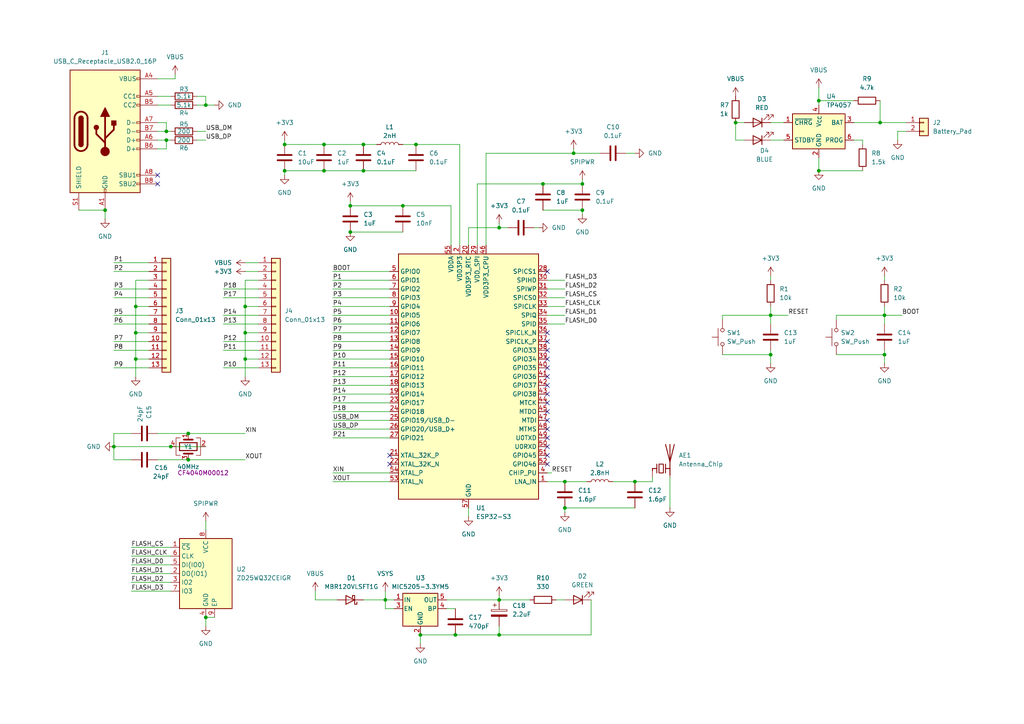
<source format=kicad_sch>
(kicad_sch (version 20231120) (generator "eeschema") (generator_version "8.0")
  (paper "A4")
  (title_block (title "NotSoLite ESP32-S3") (date "2024-11-01"))
  (lib_symbols
    (symbol "Battery_Management:TP4057"
      (property "Reference" "U" (at -6.35 6.604 0))
      (property "Value" "TP4057" (at 1.524 6.604 0))
      (symbol "TP4057_1_1"
        (pin open_collector line (at -10.16 2.54 0) (length 2.54) (name "~{CHRG}") (number "1"))
        (pin power_in line (at 0 -7.62 90) (length 2.54) (name "GND") (number "2"))
        (pin power_out line (at 10.16 2.54 180) (length 2.54) (name "BAT") (number "3"))
        (pin power_in line (at 0 7.62 270) (length 2.54) (name "V_{CC}") (number "4"))
        (pin open_collector line (at -10.16 -2.54 0) (length 2.54) (name "STDBY") (number "5"))
        (pin passive line (at 10.16 -2.54 180) (length 2.54) (name "PROG") (number "6"))
      )
    )
    (symbol "Connector:USB_C_Receptacle_USB2.0_16P" (pin_names (offset 1.016))
      (property "Reference" "J" (at 0 22.225 0))
      (property "Value" "USB_C_Receptacle_USB2.0_16P" (at 0 19.685 0))
      (symbol "USB_C_Receptacle_USB2.0_16P_1_1"
        (pin passive line (at 0 -22.86 90) (length 5.08) (name "GND") (number "A1"))
        (pin passive line (at 0 -22.86 90) (length 5.08) hide (name "GND") (number "A12"))
        (pin passive line (at 15.24 15.24 180) (length 5.08) (name "VBUS") (number "A4"))
        (pin bidirectional line (at 15.24 10.16 180) (length 5.08) (name "CC1") (number "A5"))
        (pin bidirectional line (at 15.24 -2.54 180) (length 5.08) (name "D+") (number "A6"))
        (pin bidirectional line (at 15.24 2.54 180) (length 5.08) (name "D-") (number "A7"))
        (pin bidirectional line (at 15.24 -12.7 180) (length 5.08) (name "SBU1") (number "A8"))
        (pin passive line (at 15.24 15.24 180) (length 5.08) hide (name "VBUS") (number "A9"))
        (pin passive line (at 0 -22.86 90) (length 5.08) hide (name "GND") (number "B1"))
        (pin passive line (at 0 -22.86 90) (length 5.08) hide (name "GND") (number "B12"))
        (pin passive line (at 15.24 15.24 180) (length 5.08) hide (name "VBUS") (number "B4"))
        (pin bidirectional line (at 15.24 7.62 180) (length 5.08) (name "CC2") (number "B5"))
        (pin bidirectional line (at 15.24 -5.08 180) (length 5.08) (name "D+") (number "B6"))
        (pin bidirectional line (at 15.24 0 180) (length 5.08) (name "D-") (number "B7"))
        (pin bidirectional line (at 15.24 -15.24 180) (length 5.08) (name "SBU2") (number "B8"))
        (pin passive line (at 15.24 15.24 180) (length 5.08) hide (name "VBUS") (number "B9"))
        (pin passive line (at -7.62 -22.86 90) (length 5.08) (name "SHIELD") (number "S1"))
      )
    )
    (symbol "Connector_Generic:Conn_01x02" (pin_names (offset 1.016) hide)
      (property "Reference" "J" (at 0 2.54 0))
      (property "Value" "Conn_01x02" (at 0 -5.08 0))
      (symbol "Conn_01x02_1_1"
        (pin passive line (at -5.08 0 0) (length 3.81) (name "Pin_1") (number "1"))
        (pin passive line (at -5.08 -2.54 0) (length 3.81) (name "Pin_2") (number "2"))
      )
    )
    (symbol "Connector_Generic:Conn_01x13" (pin_names (offset 1.016) hide)
      (property "Reference" "J" (at 0 17.78 0))
      (property "Value" "Conn_01x13" (at 0 -17.78 0))
      (symbol "Conn_01x13_1_1"
        (pin passive line (at -5.08 15.24 0) (length 3.81) (name "Pin_1") (number "1"))
        (pin passive line (at -5.08 -7.62 0) (length 3.81) (name "Pin_10") (number "10"))
        (pin passive line (at -5.08 -10.16 0) (length 3.81) (name "Pin_11") (number "11"))
        (pin passive line (at -5.08 -12.7 0) (length 3.81) (name "Pin_12") (number "12"))
        (pin passive line (at -5.08 -15.24 0) (length 3.81) (name "Pin_13") (number "13"))
        (pin passive line (at -5.08 12.7 0) (length 3.81) (name "Pin_2") (number "2"))
        (pin passive line (at -5.08 10.16 0) (length 3.81) (name "Pin_3") (number "3"))
        (pin passive line (at -5.08 7.62 0) (length 3.81) (name "Pin_4") (number "4"))
        (pin passive line (at -5.08 5.08 0) (length 3.81) (name "Pin_5") (number "5"))
        (pin passive line (at -5.08 2.54 0) (length 3.81) (name "Pin_6") (number "6"))
        (pin passive line (at -5.08 0 0) (length 3.81) (name "Pin_7") (number "7"))
        (pin passive line (at -5.08 -2.54 0) (length 3.81) (name "Pin_8") (number "8"))
        (pin passive line (at -5.08 -5.08 0) (length 3.81) (name "Pin_9") (number "9"))
      )
    )
    (symbol "Device:Antenna_Chip" (pin_numbers hide) (pin_names (offset 1.016) hide)
      (property "Reference" "AE" (at 0 5.08 0))
      (property "Value" "Antenna_Chip" (at 0 3.175 0))
      (symbol "Antenna_Chip_1_1"
        (pin input line (at -2.54 -2.54 90) (length 2.54) (name "FEED") (number "1"))
        (pin passive line (at 2.54 -2.54 90) (length 2.54) (name "PCB_Trace") (number "2"))
      )
    )
    (symbol "Device:C" (pin_numbers hide) (pin_names (offset 0.254))
      (property "Reference" "C" (at 0.635 2.54 0))
      (property "Value" "C" (at 0.635 -2.54 0))
      (symbol "C_1_1"
        (pin passive line (at 0 3.81 270) (length 2.794) (name "~") (number "1"))
        (pin passive line (at 0 -3.81 90) (length 2.794) (name "~") (number "2"))
      )
    )
    (symbol "Device:C_Polarized" (pin_numbers hide) (pin_names (offset 0.254))
      (property "Reference" "C" (at 0.635 2.54 0))
      (property "Value" "C_Polarized" (at 0.635 -2.54 0))
      (symbol "C_Polarized_1_1"
        (pin passive line (at 0 3.81 270) (length 2.794) (name "~") (number "1"))
        (pin passive line (at 0 -3.81 90) (length 2.794) (name "~") (number "2"))
      )
    )
    (symbol "Device:Crystal_GND24" (pin_names (offset 1.016) hide)
      (property "Reference" "Y" (at 3.175 5.08 0))
      (property "Value" "Crystal_GND24" (at 3.175 3.175 0))
      (symbol "Crystal_GND24_1_1"
        (pin passive line (at -3.81 0 0) (length 1.27) (name "1") (number "1"))
        (pin passive line (at 0 5.08 270) (length 1.27) (name "2") (number "2"))
        (pin passive line (at 3.81 0 180) (length 1.27) (name "3") (number "3"))
        (pin passive line (at 0 -5.08 90) (length 1.27) (name "4") (number "4"))
      )
    )
    (symbol "Device:D_Schottky" (pin_numbers hide) (pin_names (offset 1.016) hide)
      (property "Reference" "D" (at 0 2.54 0))
      (property "Value" "D_Schottky" (at 0 -2.54 0))
      (symbol "D_Schottky_1_1"
        (pin passive line (at -3.81 0 0) (length 2.54) (name "K") (number "1"))
        (pin passive line (at 3.81 0 180) (length 2.54) (name "A") (number "2"))
      )
    )
    (symbol "Device:L" (pin_numbers hide) (pin_names (offset 1.016) hide)
      (property "Reference" "L" (at -1.27 0 90))
      (property "Value" "L" (at 1.905 0 90))
      (symbol "L_1_1"
        (pin passive line (at 0 3.81 270) (length 1.27) (name "1") (number "1"))
        (pin passive line (at 0 -3.81 90) (length 1.27) (name "2") (number "2"))
      )
    )
    (symbol "Device:LED" (pin_numbers hide) (pin_names (offset 1.016) hide)
      (property "Reference" "D" (at 0 2.54 0))
      (property "Value" "LED" (at 0 -2.54 0))
      (symbol "LED_1_1"
        (pin passive line (at -3.81 0 0) (length 2.54) (name "K") (number "1"))
        (pin passive line (at 3.81 0 180) (length 2.54) (name "A") (number "2"))
      )
    )
    (symbol "Device:R" (pin_numbers hide) (pin_names (offset 0))
      (property "Reference" "R" (at 2.032 0 90))
      (property "Value" "R" (at 0 0 90))
      (symbol "R_1_1"
        (pin passive line (at 0 3.81 270) (length 1.27) (name "~") (number "1"))
        (pin passive line (at 0 -3.81 90) (length 1.27) (name "~") (number "2"))
      )
    )
    (symbol "MCU_Espressif:ESP32-S3"
      (property "Reference" "U" (at 10.16 -38.1 0))
      (property "Value" "ESP32-S3" (at 13.97 -40.64 0))
      (symbol "ESP32-S3_1_0"
        (pin bidirectional line (at 22.86 12.7 180) (length 2.54) (name "SPICLK_N") (number "36"))
        (pin bidirectional line (at 22.86 -10.16 180) (length 2.54) (name "MTDO") (number "45"))
        (pin bidirectional line (at 22.86 -22.86 180) (length 2.54) (name "GPIO45") (number "51"))
        (pin passive line (at -5.08 38.1 270) (length 2.54) hide (name "VDDA") (number "56"))
      )
      (symbol "ESP32-S3_1_1"
        (pin bidirectional line (at 22.86 -30.48 180) (length 2.54) (name "LNA_IN") (number "1"))
        (pin bidirectional line (at -22.86 17.78 0) (length 2.54) (name "GPIO5") (number "10"))
        (pin bidirectional line (at -22.86 15.24 0) (length 2.54) (name "GPIO6") (number "11"))
        (pin bidirectional line (at -22.86 12.7 0) (length 2.54) (name "GPIO7") (number "12"))
        (pin bidirectional line (at -22.86 10.16 0) (length 2.54) (name "GPIO8") (number "13"))
        (pin bidirectional line (at -22.86 7.62 0) (length 2.54) (name "GPIO9") (number "14"))
        (pin bidirectional line (at -22.86 5.08 0) (length 2.54) (name "GPIO10") (number "15"))
        (pin bidirectional line (at -22.86 2.54 0) (length 2.54) (name "GPIO11") (number "16"))
        (pin bidirectional line (at -22.86 0 0) (length 2.54) (name "GPIO12") (number "17"))
        (pin bidirectional line (at -22.86 -2.54 0) (length 2.54) (name "GPIO13") (number "18"))
        (pin bidirectional line (at -22.86 -5.08 0) (length 2.54) (name "GPIO14") (number "19"))
        (pin power_in line (at -2.54 38.1 270) (length 2.54) (name "VDD3P3") (number "2"))
        (pin power_in line (at 0 38.1 270) (length 2.54) (name "VDD3P3_RTC") (number "20"))
        (pin passive line (at -22.86 -22.86 0) (length 2.54) (name "XTAL_32K_P") (number "21"))
        (pin passive line (at -22.86 -25.4 0) (length 2.54) (name "XTAL_32K_N") (number "22"))
        (pin bidirectional line (at -22.86 -7.62 0) (length 2.54) (name "GPIO17") (number "23"))
        (pin bidirectional line (at -22.86 -10.16 0) (length 2.54) (name "GPIO18") (number "24"))
        (pin bidirectional line (at -22.86 -12.7 0) (length 2.54) (name "GPIO19/USB_D-") (number "25"))
        (pin bidirectional line (at -22.86 -15.24 0) (length 2.54) (name "GPIO20/USB_D+") (number "26"))
        (pin bidirectional line (at -22.86 -17.78 0) (length 2.54) (name "GPIO21") (number "27"))
        (pin bidirectional line (at 22.86 30.48 180) (length 2.54) (name "SPICS1") (number "28"))
        (pin power_in line (at 2.54 38.1 270) (length 2.54) (name "VDD_SPI") (number "29"))
        (pin passive line (at -2.54 38.1 270) (length 2.54) hide (name "VDD3P3") (number "3"))
        (pin bidirectional line (at 22.86 27.94 180) (length 2.54) (name "SPIHD") (number "30"))
        (pin bidirectional line (at 22.86 25.4 180) (length 2.54) (name "SPIWP") (number "31"))
        (pin bidirectional line (at 22.86 22.86 180) (length 2.54) (name "SPICS0") (number "32"))
        (pin bidirectional line (at 22.86 20.32 180) (length 2.54) (name "SPICLK") (number "33"))
        (pin bidirectional line (at 22.86 17.78 180) (length 2.54) (name "SPIQ") (number "34"))
        (pin bidirectional line (at 22.86 15.24 180) (length 2.54) (name "SPID") (number "35"))
        (pin bidirectional line (at 22.86 10.16 180) (length 2.54) (name "SPICLK_P") (number "37"))
        (pin bidirectional line (at 22.86 7.62 180) (length 2.54) (name "GPIO33") (number "38"))
        (pin bidirectional line (at 22.86 5.08 180) (length 2.54) (name "GPIO34") (number "39"))
        (pin input line (at 22.86 -27.94 180) (length 2.54) (name "CHIP_PU") (number "4"))
        (pin bidirectional line (at 22.86 2.54 180) (length 2.54) (name "GPIO35") (number "40"))
        (pin bidirectional line (at 22.86 0 180) (length 2.54) (name "GPIO36") (number "41"))
        (pin bidirectional line (at 22.86 -2.54 180) (length 2.54) (name "GPIO37") (number "42"))
        (pin bidirectional line (at 22.86 -5.08 180) (length 2.54) (name "GPIO38") (number "43"))
        (pin bidirectional line (at 22.86 -7.62 180) (length 2.54) (name "MTCK") (number "44"))
        (pin power_in line (at 5.08 38.1 270) (length 2.54) (name "VDD3P3_CPU") (number "46"))
        (pin bidirectional line (at 22.86 -12.7 180) (length 2.54) (name "MTDI") (number "47"))
        (pin bidirectional line (at 22.86 -15.24 180) (length 2.54) (name "MTMS") (number "48"))
        (pin bidirectional line (at 22.86 -17.78 180) (length 2.54) (name "U0TXD") (number "49"))
        (pin bidirectional line (at -22.86 30.48 0) (length 2.54) (name "GPIO0") (number "5"))
        (pin bidirectional line (at 22.86 -20.32 180) (length 2.54) (name "U0RXD") (number "50"))
        (pin bidirectional line (at 22.86 -25.4 180) (length 2.54) (name "GPIO46") (number "52"))
        (pin output line (at -22.86 -30.48 0) (length 2.54) (name "XTAL_N") (number "53"))
        (pin input line (at -22.86 -27.94 0) (length 2.54) (name "XTAL_P") (number "54"))
        (pin power_in line (at -5.08 38.1 270) (length 2.54) (name "VDDA") (number "55"))
        (pin power_in line (at 0 -38.1 90) (length 2.54) (name "GND") (number "57"))
        (pin bidirectional line (at -22.86 27.94 0) (length 2.54) (name "GPIO1") (number "6"))
        (pin bidirectional line (at -22.86 25.4 0) (length 2.54) (name "GPIO2") (number "7"))
        (pin bidirectional line (at -22.86 22.86 0) (length 2.54) (name "GPIO3") (number "8"))
        (pin bidirectional line (at -22.86 20.32 0) (length 2.54) (name "GPIO4") (number "9"))
      )
    )
    (symbol "Memory_Flash:W25Q32JVZP"
      (property "Reference" "U" (at -6.35 11.43 0))
      (property "Value" "W25Q32JVZP" (at 7.62 11.43 0))
      (symbol "W25Q32JVZP_1_1"
        (pin input line (at -10.16 7.62 0) (length 2.54) (name "~{CS}") (number "1"))
        (pin bidirectional line (at -10.16 0 0) (length 2.54) (name "DO(IO1)") (number "2"))
        (pin bidirectional line (at -10.16 -2.54 0) (length 2.54) (name "IO2") (number "3"))
        (pin power_in line (at 0 -12.7 90) (length 2.54) (name "GND") (number "4"))
        (pin bidirectional line (at -10.16 2.54 0) (length 2.54) (name "DI(IO0)") (number "5"))
        (pin input line (at -10.16 5.08 0) (length 2.54) (name "CLK") (number "6"))
        (pin bidirectional line (at -10.16 -5.08 0) (length 2.54) (name "IO3") (number "7"))
        (pin power_in line (at 0 12.7 270) (length 2.54) (name "VCC") (number "8"))
        (pin passive line (at 2.54 -12.7 90) (length 2.54) (name "EP") (number "9"))
      )
    )
    (symbol "Regulator_Linear:MIC5205-3.3YM5" (pin_names (offset 0.254))
      (property "Reference" "U" (at -3.81 5.715 0))
      (property "Value" "MIC5205-3.3YM5" (at 0 5.715 0))
      (symbol "MIC5205-3.3YM5_1_1"
        (pin power_in line (at -7.62 2.54 0) (length 2.54) (name "IN") (number "1"))
        (pin power_in line (at 0 -7.62 90) (length 2.54) (name "GND") (number "2"))
        (pin input line (at -7.62 0 0) (length 2.54) (name "EN") (number "3"))
        (pin input line (at 7.62 0 180) (length 2.54) (name "BP") (number "4"))
        (pin power_out line (at 7.62 2.54 180) (length 2.54) (name "OUT") (number "5"))
      )
    )
    (symbol "Switch:SW_Push" (pin_numbers hide) (pin_names (offset 1.016) hide)
      (property "Reference" "SW" (at 1.27 2.54 0))
      (property "Value" "SW_Push" (at 0 -1.524 0))
      (symbol "SW_Push_0_1"
        (pin passive line (at -5.08 0 0) (length 2.54) (name "1") (number "1"))
        (pin passive line (at 5.08 0 180) (length 2.54) (name "2") (number "2"))
      )
    )
    (symbol "power:+3V3" (power) (pin_numbers hide) (pin_names (offset 0) hide)
      (property "Value" "+3V3" (at 0 3.556 0))
      (symbol "+3V3_1_1"
        (pin power_in line (at 0 0 90) (length 0) (name "~") (number "1"))
      )
    )
    (symbol "power:GND" (power) (pin_numbers hide) (pin_names (offset 0) hide)
      (property "Value" "GND" (at 0 -3.81 0))
      (symbol "GND_1_1"
        (pin power_in line (at 0 0 270) (length 0) (name "~") (number "1"))
      )
    )
    (symbol "power:VBUS" (power) (pin_numbers hide) (pin_names (offset 0) hide)
      (property "Value" "VBUS" (at 0 3.556 0))
      (symbol "VBUS_1_1"
        (pin power_in line (at 0 0 90) (length 0) (name "~") (number "1"))
      )
    )
    (symbol "power:VCC" (power) (pin_numbers hide) (pin_names (offset 0) hide)
      (property "Value" "VCC" (at 0 3.556 0))
      (symbol "VCC_1_1"
        (pin power_in line (at 0 0 90) (length 0) (name "~") (number "1"))
      )
    )
  )
  (junction (at 144.78 173.99))
  (junction (at 105.41 41.91))
  (junction (at 101.6 59.69))
  (junction (at 237.49 49.53))
  (junction (at 223.52 91.44))
  (junction (at 39.37 88.9))
  (junction (at 54.61 125.73))
  (junction (at 30.48 60.96))
  (junction (at 116.84 59.69))
  (junction (at 48.26 40.64))
  (junction (at 71.12 88.9))
  (junction (at 184.15 139.7))
  (junction (at 121.92 184.15))
  (junction (at 59.69 30.48))
  (junction (at 54.61 133.35))
  (junction (at 132.08 184.15))
  (junction (at 59.69 179.07))
  (junction (at 157.48 53.34))
  (junction (at 120.65 41.91))
  (junction (at 39.37 96.52))
  (junction (at 256.54 91.44))
  (junction (at 82.55 41.91))
  (junction (at 168.91 53.34))
  (junction (at 33.02 129.54))
  (junction (at 255.27 35.56))
  (junction (at 144.78 184.15))
  (junction (at 105.41 49.53))
  (junction (at 93.98 41.91))
  (junction (at 237.49 29.21))
  (junction (at 223.52 102.87))
  (junction (at 166.37 44.45))
  (junction (at 49.53 129.54))
  (junction (at 39.37 104.14))
  (junction (at 82.55 49.53))
  (junction (at 168.91 60.96))
  (junction (at 101.6 67.31))
  (junction (at 48.26 38.1))
  (junction (at 213.36 35.56))
  (junction (at 71.12 104.14))
  (junction (at 256.54 102.87))
  (junction (at 93.98 49.53))
  (junction (at 163.83 139.7))
  (junction (at 163.83 147.32))
  (junction (at 111.76 173.99))
  (junction (at 71.12 96.52))
  (junction (at 144.78 66.04))
  (no_connect (at 158.75 127))
  (no_connect (at 158.75 101.6))
  (no_connect (at 158.75 129.54))
  (no_connect (at 158.75 106.68))
  (no_connect (at 113.03 132.08))
  (no_connect (at 45.72 50.8))
  (no_connect (at 158.75 114.3))
  (no_connect (at 158.75 99.06))
  (no_connect (at 113.03 134.62))
  (no_connect (at 158.75 78.74))
  (no_connect (at 45.72 53.34))
  (no_connect (at 158.75 96.52))
  (no_connect (at 158.75 124.46))
  (no_connect (at 158.75 111.76))
  (no_connect (at 158.75 132.08))
  (no_connect (at 158.75 134.62))
  (no_connect (at 158.75 121.92))
  (no_connect (at 158.75 104.14))
  (no_connect (at 158.75 119.38))
  (no_connect (at 158.75 109.22))
  (no_connect (at 158.75 116.84))
  (wire (pts (xy 33.02 78.74) (xy 43.18 78.74)))
  (wire (pts (xy 105.41 173.99) (xy 111.76 173.99)))
  (wire (pts (xy 256.54 91.44) (xy 242.57 91.44)))
  (wire (pts (xy 129.54 173.99) (xy 144.78 173.99)))
  (wire (pts (xy 82.55 49.53) (xy 93.98 49.53)))
  (wire (pts (xy 177.8 139.7) (xy 184.15 139.7)))
  (wire (pts (xy 45.72 133.35) (xy 54.61 133.35)))
  (wire (pts (xy 116.84 59.69) (xy 101.6 59.69)))
  (wire (pts (xy 33.02 99.06) (xy 43.18 99.06)))
  (wire (pts (xy 48.26 43.18) (xy 48.26 40.64)))
  (wire (pts (xy 33.02 133.35) (xy 38.1 133.35)))
  (wire (pts (xy 111.76 176.53) (xy 111.76 173.99)))
  (wire (pts (xy 223.52 91.44) (xy 228.6 91.44)))
  (wire (pts (xy 161.29 173.99) (xy 163.83 173.99)))
  (wire (pts (xy 30.48 60.96) (xy 30.48 63.5)))
  (wire (pts (xy 57.15 27.94) (xy 59.69 27.94)))
  (wire (pts (xy 33.02 106.68) (xy 43.18 106.68)))
  (wire (pts (xy 96.52 86.36) (xy 113.03 86.36)))
  (wire (pts (xy 223.52 88.9) (xy 223.52 91.44)))
  (wire (pts (xy 96.52 106.68) (xy 113.03 106.68)))
  (wire (pts (xy 163.83 139.7) (xy 170.18 139.7)))
  (wire (pts (xy 93.98 41.91) (xy 105.41 41.91)))
  (wire (pts (xy 59.69 27.94) (xy 59.69 30.48)))
  (wire (pts (xy 39.37 104.14) (xy 43.18 104.14)))
  (wire (pts (xy 38.1 161.29) (xy 49.53 161.29)))
  (wire (pts (xy 38.1 171.45) (xy 49.53 171.45)))
  (wire (pts (xy 189.23 138.43) (xy 189.23 139.7)))
  (wire (pts (xy 138.43 71.12) (xy 138.43 53.34)))
  (wire (pts (xy 96.52 116.84) (xy 113.03 116.84)))
  (wire (pts (xy 256.54 80.01) (xy 256.54 81.28)))
  (wire (pts (xy 101.6 58.42) (xy 101.6 59.69)))
  (wire (pts (xy 163.83 147.32) (xy 184.15 147.32)))
  (wire (pts (xy 93.98 49.53) (xy 105.41 49.53)))
  (wire (pts (xy 111.76 171.45) (xy 111.76 173.99)))
  (wire (pts (xy 140.97 44.45) (xy 166.37 44.45)))
  (wire (pts (xy 96.52 124.46) (xy 113.03 124.46)))
  (wire (pts (xy 135.89 66.04) (xy 135.89 71.12)))
  (wire (pts (xy 74.93 81.28) (xy 71.12 81.28)))
  (wire (pts (xy 209.55 91.44) (xy 209.55 92.71)))
  (wire (pts (xy 43.18 81.28) (xy 39.37 81.28)))
  (wire (pts (xy 96.52 96.52) (xy 113.03 96.52)))
  (wire (pts (xy 223.52 35.56) (xy 227.33 35.56)))
  (wire (pts (xy 256.54 102.87) (xy 242.57 102.87)))
  (wire (pts (xy 213.36 35.56) (xy 213.36 40.64)))
  (wire (pts (xy 256.54 91.44) (xy 256.54 93.98)))
  (wire (pts (xy 59.69 30.48) (xy 62.23 30.48)))
  (wire (pts (xy 96.52 139.7) (xy 113.03 139.7)))
  (wire (pts (xy 111.76 173.99) (xy 114.3 173.99)))
  (wire (pts (xy 48.26 35.56) (xy 48.26 38.1)))
  (wire (pts (xy 101.6 67.31) (xy 116.84 67.31)))
  (wire (pts (xy 82.55 40.64) (xy 82.55 41.91)))
  (wire (pts (xy 96.52 88.9) (xy 113.03 88.9)))
  (wire (pts (xy 45.72 27.94) (xy 49.53 27.94)))
  (wire (pts (xy 82.55 41.91) (xy 93.98 41.91)))
  (wire (pts (xy 96.52 137.16) (xy 113.03 137.16)))
  (wire (pts (xy 96.52 114.3) (xy 113.03 114.3)))
  (wire (pts (xy 39.37 81.28) (xy 39.37 88.9)))
  (wire (pts (xy 33.02 129.54) (xy 33.02 125.73)))
  (wire (pts (xy 39.37 88.9) (xy 39.37 96.52)))
  (wire (pts (xy 138.43 53.34) (xy 157.48 53.34)))
  (wire (pts (xy 256.54 101.6) (xy 256.54 102.87)))
  (wire (pts (xy 33.02 91.44) (xy 43.18 91.44)))
  (wire (pts (xy 33.02 101.6) (xy 43.18 101.6)))
  (wire (pts (xy 59.69 179.07) (xy 62.23 179.07)))
  (wire (pts (xy 256.54 88.9) (xy 256.54 91.44)))
  (wire (pts (xy 96.52 109.22) (xy 113.03 109.22)))
  (wire (pts (xy 45.72 30.48) (xy 49.53 30.48)))
  (wire (pts (xy 39.37 96.52) (xy 39.37 104.14)))
  (wire (pts (xy 168.91 60.96) (xy 168.91 62.23)))
  (wire (pts (xy 59.69 179.07) (xy 59.69 181.61)))
  (wire (pts (xy 223.52 80.01) (xy 223.52 81.28)))
  (wire (pts (xy 135.89 147.32) (xy 135.89 149.86)))
  (wire (pts (xy 96.52 99.06) (xy 113.03 99.06)))
  (wire (pts (xy 71.12 104.14) (xy 71.12 109.22)))
  (wire (pts (xy 223.52 102.87) (xy 209.55 102.87)))
  (wire (pts (xy 237.49 45.72) (xy 237.49 49.53)))
  (wire (pts (xy 223.52 91.44) (xy 209.55 91.44)))
  (wire (pts (xy 223.52 101.6) (xy 223.52 102.87)))
  (wire (pts (xy 45.72 35.56) (xy 48.26 35.56)))
  (wire (pts (xy 242.57 91.44) (xy 242.57 92.71)))
  (wire (pts (xy 64.77 86.36) (xy 74.93 86.36)))
  (wire (pts (xy 38.1 166.37) (xy 49.53 166.37)))
  (wire (pts (xy 158.75 88.9) (xy 163.83 88.9)))
  (wire (pts (xy 121.92 184.15) (xy 121.92 186.69)))
  (wire (pts (xy 64.77 99.06) (xy 74.93 99.06)))
  (wire (pts (xy 255.27 35.56) (xy 255.27 29.21)))
  (wire (pts (xy 96.52 101.6) (xy 113.03 101.6)))
  (wire (pts (xy 158.75 81.28) (xy 163.83 81.28)))
  (wire (pts (xy 39.37 96.52) (xy 43.18 96.52)))
  (wire (pts (xy 189.23 139.7) (xy 184.15 139.7)))
  (wire (pts (xy 105.41 41.91) (xy 109.22 41.91)))
  (wire (pts (xy 260.35 38.1) (xy 262.89 38.1)))
  (wire (pts (xy 71.12 96.52) (xy 71.12 104.14)))
  (wire (pts (xy 64.77 106.68) (xy 74.93 106.68)))
  (wire (pts (xy 168.91 52.07) (xy 168.91 53.34)))
  (wire (pts (xy 166.37 44.45) (xy 173.99 44.45)))
  (wire (pts (xy 96.52 111.76) (xy 113.03 111.76)))
  (wire (pts (xy 144.78 64.77) (xy 144.78 66.04)))
  (wire (pts (xy 247.65 35.56) (xy 255.27 35.56)))
  (wire (pts (xy 71.12 96.52) (xy 74.93 96.52)))
  (wire (pts (xy 45.72 43.18) (xy 48.26 43.18)))
  (wire (pts (xy 158.75 93.98) (xy 163.83 93.98)))
  (wire (pts (xy 71.12 88.9) (xy 71.12 96.52)))
  (wire (pts (xy 38.1 168.91) (xy 49.53 168.91)))
  (wire (pts (xy 158.75 139.7) (xy 163.83 139.7)))
  (wire (pts (xy 48.26 38.1) (xy 49.53 38.1)))
  (wire (pts (xy 213.36 35.56) (xy 215.9 35.56)))
  (wire (pts (xy 33.02 93.98) (xy 43.18 93.98)))
  (wire (pts (xy 64.77 101.6) (xy 74.93 101.6)))
  (wire (pts (xy 147.32 66.04) (xy 144.78 66.04)))
  (wire (pts (xy 49.53 129.54) (xy 59.69 129.54)))
  (wire (pts (xy 158.75 86.36) (xy 163.83 86.36)))
  (wire (pts (xy 33.02 129.54) (xy 49.53 129.54)))
  (wire (pts (xy 96.52 91.44) (xy 113.03 91.44)))
  (wire (pts (xy 133.35 71.12) (xy 133.35 41.91)))
  (wire (pts (xy 260.35 40.64) (xy 260.35 38.1)))
  (wire (pts (xy 59.69 151.13) (xy 59.69 153.67)))
  (wire (pts (xy 97.79 173.99) (xy 91.44 173.99)))
  (wire (pts (xy 213.36 40.64) (xy 215.9 40.64)))
  (wire (pts (xy 154.94 66.04) (xy 156.21 66.04)))
  (wire (pts (xy 91.44 173.99) (xy 91.44 171.45)))
  (wire (pts (xy 71.12 78.74) (xy 74.93 78.74)))
  (wire (pts (xy 181.61 44.45) (xy 184.15 44.45)))
  (wire (pts (xy 82.55 49.53) (xy 82.55 50.8)))
  (wire (pts (xy 96.52 104.14) (xy 113.03 104.14)))
  (wire (pts (xy 38.1 158.75) (xy 49.53 158.75)))
  (wire (pts (xy 163.83 147.32) (xy 163.83 148.59)))
  (wire (pts (xy 144.78 173.99) (xy 153.67 173.99)))
  (wire (pts (xy 130.81 71.12) (xy 130.81 59.69)))
  (wire (pts (xy 50.8 21.59) (xy 50.8 22.86)))
  (wire (pts (xy 237.49 49.53) (xy 250.19 49.53)))
  (wire (pts (xy 96.52 81.28) (xy 113.03 81.28)))
  (wire (pts (xy 166.37 43.18) (xy 166.37 44.45)))
  (wire (pts (xy 45.72 40.64) (xy 48.26 40.64)))
  (wire (pts (xy 114.3 176.53) (xy 111.76 176.53)))
  (wire (pts (xy 71.12 88.9) (xy 74.93 88.9)))
  (wire (pts (xy 158.75 91.44) (xy 163.83 91.44)))
  (wire (pts (xy 250.19 40.64) (xy 250.19 41.91)))
  (wire (pts (xy 144.78 66.04) (xy 135.89 66.04)))
  (wire (pts (xy 237.49 29.21) (xy 247.65 29.21)))
  (wire (pts (xy 33.02 83.82) (xy 43.18 83.82)))
  (wire (pts (xy 96.52 119.38) (xy 113.03 119.38)))
  (wire (pts (xy 33.02 86.36) (xy 43.18 86.36)))
  (wire (pts (xy 130.81 59.69) (xy 116.84 59.69)))
  (wire (pts (xy 255.27 35.56) (xy 262.89 35.56)))
  (wire (pts (xy 158.75 83.82) (xy 163.83 83.82)))
  (wire (pts (xy 144.78 184.15) (xy 132.08 184.15)))
  (wire (pts (xy 158.75 137.16) (xy 160.02 137.16)))
  (wire (pts (xy 96.52 127) (xy 113.03 127)))
  (wire (pts (xy 71.12 76.2) (xy 74.93 76.2)))
  (wire (pts (xy 33.02 125.73) (xy 38.1 125.73)))
  (wire (pts (xy 64.77 91.44) (xy 74.93 91.44)))
  (wire (pts (xy 129.54 176.53) (xy 132.08 176.53)))
  (wire (pts (xy 45.72 125.73) (xy 54.61 125.73)))
  (wire (pts (xy 140.97 71.12) (xy 140.97 44.45)))
  (wire (pts (xy 120.65 41.91) (xy 116.84 41.91)))
  (wire (pts (xy 256.54 91.44) (xy 261.62 91.44)))
  (wire (pts (xy 194.31 138.43) (xy 194.31 147.32)))
  (wire (pts (xy 57.15 38.1) (xy 59.69 38.1)))
  (wire (pts (xy 64.77 83.82) (xy 74.93 83.82)))
  (wire (pts (xy 237.49 25.4) (xy 237.49 29.21)))
  (wire (pts (xy 50.8 22.86) (xy 45.72 22.86)))
  (wire (pts (xy 57.15 40.64) (xy 59.69 40.64)))
  (wire (pts (xy 71.12 81.28) (xy 71.12 88.9)))
  (wire (pts (xy 247.65 40.64) (xy 250.19 40.64)))
  (wire (pts (xy 171.45 184.15) (xy 144.78 184.15)))
  (wire (pts (xy 144.78 181.61) (xy 144.78 184.15)))
  (wire (pts (xy 39.37 88.9) (xy 43.18 88.9)))
  (wire (pts (xy 48.26 40.64) (xy 49.53 40.64)))
  (wire (pts (xy 96.52 121.92) (xy 113.03 121.92)))
  (wire (pts (xy 105.41 49.53) (xy 120.65 49.53)))
  (wire (pts (xy 33.02 76.2) (xy 43.18 76.2)))
  (wire (pts (xy 45.72 38.1) (xy 48.26 38.1)))
  (wire (pts (xy 96.52 93.98) (xy 113.03 93.98)))
  (wire (pts (xy 54.61 133.35) (xy 71.12 133.35)))
  (wire (pts (xy 171.45 173.99) (xy 171.45 184.15)))
  (wire (pts (xy 256.54 102.87) (xy 256.54 105.41)))
  (wire (pts (xy 237.49 29.21) (xy 237.49 30.48)))
  (wire (pts (xy 22.86 60.96) (xy 30.48 60.96)))
  (wire (pts (xy 133.35 41.91) (xy 120.65 41.91)))
  (wire (pts (xy 223.52 40.64) (xy 227.33 40.64)))
  (wire (pts (xy 39.37 104.14) (xy 39.37 109.22)))
  (wire (pts (xy 38.1 163.83) (xy 49.53 163.83)))
  (wire (pts (xy 57.15 30.48) (xy 59.69 30.48)))
  (wire (pts (xy 223.52 91.44) (xy 223.52 93.98)))
  (wire (pts (xy 144.78 172.72) (xy 144.78 173.99)))
  (wire (pts (xy 54.61 125.73) (xy 71.12 125.73)))
  (wire (pts (xy 223.52 102.87) (xy 223.52 105.41)))
  (wire (pts (xy 157.48 53.34) (xy 168.91 53.34)))
  (wire (pts (xy 121.92 184.15) (xy 132.08 184.15)))
  (wire (pts (xy 64.77 93.98) (xy 74.93 93.98)))
  (wire (pts (xy 96.52 83.82) (xy 113.03 83.82)))
  (wire (pts (xy 96.52 78.74) (xy 113.03 78.74)))
  (wire (pts (xy 157.48 60.96) (xy 168.91 60.96)))
  (wire (pts (xy 33.02 129.54) (xy 33.02 133.35)))
  (wire (pts (xy 71.12 104.14) (xy 74.93 104.14)))
  (label "FLASH_D1" (at 38.1 166.37 0))
  (label "BOOT" (at 96.52 78.74 0))
  (label "XIN" (at 96.52 137.16 0))
  (label "P18" (at 64.77 83.82 0))
  (label "P14" (at 96.52 114.3 0))
  (label "XIN" (at 71.12 125.73 0))
  (label "P8" (at 33.02 101.6 0))
  (label "FLASH_D2" (at 163.83 83.82 0))
  (label "P21" (at 96.52 127 0))
  (label "P4" (at 96.52 88.9 0))
  (label "P6" (at 96.52 93.98 0))
  (label "P1" (at 96.52 81.28 0))
  (label "USB_DP" (at 96.52 124.46 0))
  (label "RESET" (at 228.6 91.44 0))
  (label "P10" (at 64.77 106.68 0))
  (label "FLASH_CS" (at 163.83 86.36 0))
  (label "XOUT" (at 71.12 133.35 0))
  (label "FLASH_D1" (at 163.83 91.44 0))
  (label "FLASH_D0" (at 38.1 163.83 0))
  (label "RESET" (at 160.02 137.16 0))
  (label "P5" (at 96.52 91.44 0))
  (label "P10" (at 96.52 104.14 0))
  (label "P3" (at 33.02 83.82 0))
  (label "P13" (at 64.77 93.98 0))
  (label "P7" (at 33.02 99.06 0))
  (label "P4" (at 33.02 86.36 0))
  (label "XOUT" (at 96.52 139.7 0))
  (label "P11" (at 64.77 101.6 0))
  (label "FLASH_D0" (at 163.83 93.98 0))
  (label "P13" (at 96.52 111.76 0))
  (label "FLASH_D2" (at 38.1 168.91 0))
  (label "P8" (at 96.52 99.06 0))
  (label "FLASH_CLK" (at 38.1 161.29 0))
  (label "P3" (at 96.52 86.36 0))
  (label "P12" (at 64.77 99.06 0))
  (label "FLASH_D3" (at 38.1 171.45 0))
  (label "P1" (at 33.02 76.2 0))
  (label "P5" (at 33.02 91.44 0))
  (label "FLASH_CLK" (at 163.83 88.9 0))
  (label "BOOT" (at 261.62 91.44 0))
  (label "P17" (at 96.52 116.84 0))
  (label "P6" (at 33.02 93.98 0))
  (label "P18" (at 96.52 119.38 0))
  (label "FLASH_CS" (at 38.1 158.75 0))
  (label "USB_DM" (at 59.69 38.1 0))
  (label "USB_DP" (at 59.69 40.64 0))
  (label "P17" (at 64.77 86.36 0))
  (label "P2" (at 33.02 78.74 0))
  (label "FLASH_D3" (at 163.83 81.28 0))
  (label "P2" (at 96.52 83.82 0))
  (label "P9" (at 96.52 101.6 0))
  (label "P7" (at 96.52 96.52 0))
  (label "USB_DM" (at 96.52 121.92 0))
  (label "P9" (at 33.02 106.68 0))
  (label "P12" (at 96.52 109.22 0))
  (label "P14" (at 64.77 91.44 0))
  (label "P11" (at 96.52 106.68 0))
  (symbol (lib_id "power:GND") (at 39.37 109.22 0) (unit 1)
    (property "Reference" "#PWR032" (effects (hide yes)))
    (property "Value" "GND" (at 39.37 114.3 0))
    (property "Description" "Power symbol creates a global label with name \"GND\" , ground" (effects (hide yes)))
  )
  (symbol (lib_id "Device:C") (at 120.65 45.72 0) (unit 1)
    (property "Reference" "C6" (at 124.46 44.4499 0) (effects (justify left)))
    (property "Value" "0.1uF" (at 124.46 46.9899 0) (effects (justify left)))
    (property "Footprint" "Capacitor_SMD:C_0402_1005Metric" (effects (hide yes)))
    (property "Description" "Unpolarized capacitor" (effects (hide yes)))
  )
  (symbol (lib_id "Connector:USB_C_Receptacle_USB2.0_16P") (at 30.48 38.1 0) (unit 1)
    (property "Reference" "J1" (at 30.48 15.24 0))
    (property "Value" "USB_C_Receptacle_USB2.0_16P" (at 30.48 17.78 0))
    (property "Footprint" "Connector_USB:USB_C_Receptacle_GCT_USB4105-xx-A_16P_TopMnt_Horizontal" (effects (hide yes)))
    (property "Datasheet" "https://www.usb.org/sites/default/files/documents/usb_type-c.zip" (effects (hide yes)))
    (property "Description" "USB 2.0-only 16P Type-C Receptacle connector" (effects (hide yes)))
  )
  (symbol (lib_id "power:GND") (at 33.02 129.54 270) (unit 1)
    (property "Reference" "#PWR020" (effects (hide yes)))
    (property "Value" "GND" (at 29.21 129.5399 90) (effects (justify right)))
    (property "Description" "Power symbol creates a global label with name \"GND\" , ground" (effects (hide yes)))
  )
  (symbol (lib_id "Device:Crystal_GND24") (at 54.61 129.54 270) (unit 1)
    (property "Reference" "Y1" (at 54.61 129.54 90))
    (property "Value" "40MHz" (at 54.61 135.382 90))
    (property "Footprint" "Crystal:Crystal_SMD_3225-4Pin_3.2x2.5mm" (effects (hide yes)))
    (property "Description" "Four pin crystal, GND on pins 2 and 4" (effects (hide yes)))
    (property "Name" "CF4040M00012" (at 58.928 137.16 90))
  )
  (symbol (lib_id "power:VBUS") (at 91.44 171.45 0) (unit 1)
    (property "Reference" "#PWR024" (effects (hide yes)))
    (property "Value" "VBUS" (at 91.44 166.37 0))
    (property "Description" "Power symbol creates a global label with name \"VBUS\"" (effects (hide yes)))
  )
  (symbol (lib_id "Device:C") (at 116.84 63.5 0) (unit 1)
    (property "Reference" "C5" (at 120.65 62.2299 0) (effects (justify left)))
    (property "Value" "10nF" (at 120.65 64.7699 0) (effects (justify left)))
    (property "Footprint" "Capacitor_SMD:C_0402_1005Metric" (effects (hide yes)))
    (property "Description" "Unpolarized capacitor" (effects (hide yes)))
  )
  (symbol (lib_id "power:VBUS") (at 213.36 27.94 0) (unit 1)
    (property "Reference" "#PWR028" (effects (hide yes)))
    (property "Value" "VBUS" (at 213.36 22.86 0))
    (property "Description" "Power symbol creates a global label with name \"VBUS\"" (effects (hide yes)))
  )
  (symbol (lib_id "power:GND") (at 59.69 181.61 0) (unit 1)
    (property "Reference" "#PWR019" (effects (hide yes)))
    (property "Value" "GND" (at 59.69 186.69 0))
    (property "Description" "Power symbol creates a global label with name \"GND\" , ground" (effects (hide yes)))
  )
  (symbol (lib_id "Device:LED") (at 219.71 40.64 180) (unit 1)
    (property "Reference" "D4" (at 221.742 43.688 0))
    (property "Value" "BLUE" (at 221.742 46.228 0))
    (property "Footprint" "LED_SMD:LED_0402_1005Metric" (effects (hide yes)))
    (property "Description" "Light emitting diode" (effects (hide yes)))
  )
  (symbol (lib_id "power:VBUS") (at 111.76 171.45 0) (unit 1)
    (property "Reference" "#PWR025" (effects (hide yes)))
    (property "Value" "VSYS" (at 111.76 166.37 0))
    (property "Description" "Power symbol creates a global label with name \"VBUS\"" (effects (hide yes)))
  )
  (symbol (lib_id "power:VCC") (at 168.91 52.07 0) (unit 1)
    (property "Reference" "#PWR08" (effects (hide yes)))
    (property "Value" "SPIPWR" (at 168.91 46.99 0))
    (property "Description" "Power symbol creates a global label with name \"VCC\"" (effects (hide yes)))
  )
  (symbol (lib_id "Device:R") (at 53.34 38.1 90) (unit 1)
    (property "Reference" "R5" (at 53.34 36.068 90))
    (property "Value" "200" (at 53.34 38.1 90))
    (property "Footprint" "Resistor_SMD:R_0402_1005Metric" (effects (hide yes)))
    (property "Description" "Resistor" (effects (hide yes)))
  )
  (symbol (lib_id "power:GND") (at 184.15 44.45 90) (unit 1)
    (property "Reference" "#PWR010" (effects (hide yes)))
    (property "Value" "GND" (at 187.96 44.4499 90) (effects (justify right)))
    (property "Description" "Power symbol creates a global label with name \"GND\" , ground" (effects (hide yes)))
  )
  (symbol (lib_id "Device:Antenna_Chip") (at 191.77 135.89 0) (unit 1)
    (property "Reference" "AE1" (at 196.85 132.0799 0) (effects (justify left)))
    (property "Value" "Antenna_Chip" (at 196.85 134.6199 0) (effects (justify left)))
    (property "Footprint" "RF_Antenna:Texas_SWRA117D_2.4GHz_Left" (effects (hide yes)))
    (property "Description" "Ceramic chip antenna with pin for PCB trace" (effects (hide yes)))
  )
  (symbol (lib_id "Device:R") (at 213.36 31.75 0) (unit 1)
    (property "Reference" "R7" (at 208.788 30.48 0) (effects (justify left)))
    (property "Value" "1k" (at 208.788 33.02 0) (effects (justify left)))
    (property "Footprint" "Resistor_SMD:R_0402_1005Metric" (effects (hide yes)))
    (property "Description" "Resistor" (effects (hide yes)))
  )
  (symbol (lib_id "power:+3V3") (at 71.12 78.74 90) (unit 1)
    (property "Reference" "#PWR034" (effects (hide yes)))
    (property "Value" "+3V3" (at 67.31 78.7399 90) (effects (justify left)))
    (property "Description" "Power symbol creates a global label with name \"+3V3\"" (effects (hide yes)))
  )
  (symbol (lib_id "power:GND") (at 71.12 109.22 0) (unit 1)
    (property "Reference" "#PWR033" (effects (hide yes)))
    (property "Value" "GND" (at 71.12 114.3 0))
    (property "Description" "Power symbol creates a global label with name \"GND\" , ground" (effects (hide yes)))
  )
  (symbol (lib_id "power:+3V3") (at 223.52 80.01 0) (unit 1)
    (property "Reference" "#PWR014" (effects (hide yes)))
    (property "Value" "+3V3" (at 223.52 74.93 0))
    (property "Description" "Power symbol creates a global label with name \"+3V3\"" (effects (hide yes)))
  )
  (symbol (lib_id "Device:D_Schottky") (at 101.6 173.99 180) (unit 1)
    (property "Reference" "D1" (at 101.9175 167.64 0))
    (property "Value" "MBR120VLSFT1G" (at 101.9175 170.18 0))
    (property "Footprint" "Diode_SMD:D_SOD-123F" (effects (hide yes)))
    (property "Description" "Schottky diode" (effects (hide yes)))
  )
  (symbol (lib_id "Device:L") (at 113.03 41.91 90) (unit 1)
    (property "Reference" "L1" (at 113.03 36.83 90))
    (property "Value" "2nH" (at 113.03 39.37 90))
    (property "Footprint" "Inductor_SMD:L_0402_1005Metric" (effects (hide yes)))
    (property "Description" "Inductor" (effects (hide yes)))
  )
  (symbol (lib_id "power:VBUS") (at 71.12 76.2 90) (unit 1)
    (property "Reference" "#PWR035" (effects (hide yes)))
    (property "Value" "VBUS" (at 67.31 76.1999 90) (effects (justify left)))
    (property "Description" "Power symbol creates a global label with name \"VBUS\"" (effects (hide yes)))
  )
  (symbol (lib_id "Device:C_Polarized") (at 144.78 177.8 0) (unit 1)
    (property "Reference" "C18" (at 148.59 175.641 0) (effects (justify left)))
    (property "Value" "2.2uF" (at 148.59 178.181 0) (effects (justify left)))
    (property "Footprint" "Capacitor_Tantalum_SMD:CP_EIA-1608-08_AVX-J" (effects (hide yes)))
    (property "Description" "Polarized capacitor" (effects (hide yes)))
  )
  (symbol (lib_id "Device:C") (at 168.91 57.15 180) (unit 1)
    (property "Reference" "C9" (at 172.72 55.8799 0) (effects (justify right)))
    (property "Value" "0.1uF" (at 172.72 58.4199 0) (effects (justify right)))
    (property "Footprint" "Capacitor_SMD:C_0402_1005Metric" (effects (hide yes)))
    (property "Description" "Unpolarized capacitor" (effects (hide yes)))
  )
  (symbol (lib_id "Device:C") (at 105.41 45.72 0) (unit 1)
    (property "Reference" "C4" (at 109.22 44.4499 0) (effects (justify left)))
    (property "Value" "0.1uF" (at 109.22 46.9899 0) (effects (justify left)))
    (property "Footprint" "Capacitor_SMD:C_0402_1005Metric" (effects (hide yes)))
    (property "Description" "Unpolarized capacitor" (effects (hide yes)))
  )
  (symbol (lib_id "Device:R") (at 53.34 30.48 90) (unit 1)
    (property "Reference" "R4" (at 53.34 32.766 90))
    (property "Value" "5.1k" (at 53.34 30.48 90))
    (property "Footprint" "Resistor_SMD:R_0402_1005Metric" (effects (hide yes)))
    (property "Description" "Resistor" (effects (hide yes)))
  )
  (symbol (lib_id "Regulator_Linear:MIC5205-3.3YM5") (at 121.92 176.53 0) (unit 1)
    (property "Reference" "U3" (at 121.92 167.64 0))
    (property "Value" "MIC5205-3.3YM5" (at 121.92 170.18 0))
    (property "Footprint" "Package_TO_SOT_SMD:SOT-23-5" (effects (hide yes)))
    (property "Datasheet" "http://ww1.microchip.com/downloads/en/DeviceDoc/20005785A.pdf" (effects (hide yes)))
    (property "Description" "150mA low dropout linear regulator, fixed 3.3V output, SOT-23-5" (effects (hide yes)))
  )
  (symbol (lib_id "Device:LED") (at 219.71 35.56 180) (unit 1)
    (property "Reference" "D3" (at 220.98 28.702 0))
    (property "Value" "RED" (at 220.98 31.242 0))
    (property "Footprint" "LED_SMD:LED_0402_1005Metric" (effects (hide yes)))
    (property "Description" "Light emitting diode" (effects (hide yes)))
  )
  (symbol (lib_id "Switch:SW_Push") (at 242.57 97.79 90) (unit 1)
    (property "Reference" "SW2" (at 243.84 96.52 90) (effects (justify right)))
    (property "Value" "SW_Push" (at 243.84 99.06 90) (effects (justify right)))
    (property "Footprint" "Button_Switch_SMD:SW_Push_1P1T_NO_Vertical_Wuerth_434133025816" (effects (hide yes)))
    (property "Description" "Push button switch, generic, two pins" (effects (hide yes)))
  )
  (symbol (lib_id "Device:R") (at 157.48 173.99 90) (unit 1)
    (property "Reference" "R10" (at 157.48 167.64 90))
    (property "Value" "330" (at 157.48 170.18 90))
    (property "Footprint" "Resistor_SMD:R_0402_1005Metric" (effects (hide yes)))
    (property "Description" "Resistor" (effects (hide yes)))
  )
  (symbol (lib_id "power:GND") (at 168.91 62.23 0) (unit 1)
    (property "Reference" "#PWR09" (effects (hide yes)))
    (property "Value" "GND" (at 168.91 67.31 0))
    (property "Description" "Power symbol creates a global label with name \"GND\" , ground" (effects (hide yes)))
  )
  (symbol (lib_id "Memory_Flash:W25Q32JVZP") (at 59.69 166.37 0) (unit 1)
    (property "Reference" "U2" (at 68.58 165.0999 0) (effects (justify left)))
    (property "Value" "ZD25WQ32CEIGR" (at 68.58 167.6399 0) (effects (justify left)))
    (property "Footprint" "Package_SON:Winbond_USON-8-1EP_3x2mm_P0.5mm_EP0.2x1.6mm" (effects (hide yes)))
    (property "Datasheet" "http://www.winbond.com/resource-files/w25q32jv%20revg%2003272018%20plus.pdf" (effects (hide yes)))
    (property "Description" "32Mb Serial Flash Memory, Standard/Dual/Quad SPI, DFN-8" (effects (hide yes)))
  )
  (symbol (lib_id "Device:R") (at 250.19 45.72 0) (unit 1)
    (property "Reference" "R8" (at 252.73 44.4499 0) (effects (justify left)))
    (property "Value" "1.5k" (at 252.73 46.9899 0) (effects (justify left)))
    (property "Footprint" "Resistor_SMD:R_0402_1005Metric" (effects (hide yes)))
    (property "Description" "Resistor" (effects (hide yes)))
  )
  (symbol (lib_id "Connector_Generic:Conn_01x13") (at 80.01 91.44 0) (unit 1)
    (property "Reference" "J4" (at 82.55 90.1699 0) (effects (justify left)))
    (property "Value" "Conn_01x13" (at 82.55 92.7099 0) (effects (justify left)))
    (property "Footprint" "CastellatedHoles:01x13_CHole" (effects (hide yes)))
    (property "Description" "Generic connector, single row, 01x13, script generated (kicad-library-utils/schlib/autogen/connector/)" (effects (hide yes)))
  )
  (symbol (lib_id "Device:R") (at 251.46 29.21 90) (unit 1)
    (property "Reference" "R9" (at 251.46 22.86 90))
    (property "Value" "4.7k" (at 251.46 25.4 90))
    (property "Footprint" "Resistor_SMD:R_0402_1005Metric" (effects (hide yes)))
    (property "Description" "Resistor" (effects (hide yes)))
  )
  (symbol (lib_id "power:GND") (at 163.83 148.59 0) (unit 1)
    (property "Reference" "#PWR012" (effects (hide yes)))
    (property "Value" "GND" (at 163.83 153.67 0))
    (property "Description" "Power symbol creates a global label with name \"GND\" , ground" (effects (hide yes)))
  )
  (symbol (lib_id "power:GND") (at 62.23 30.48 90) (unit 1)
    (property "Reference" "#PWR023" (effects (hide yes)))
    (property "Value" "GND" (at 66.04 30.4799 90) (effects (justify right)))
    (property "Description" "Power symbol creates a global label with name \"GND\" , ground" (effects (hide yes)))
  )
  (symbol (lib_id "power:GND") (at 237.49 49.53 0) (unit 1)
    (property "Reference" "#PWR030" (effects (hide yes)))
    (property "Value" "GND" (at 237.49 54.61 0))
    (property "Description" "Power symbol creates a global label with name \"GND\" , ground" (effects (hide yes)))
  )
  (symbol (lib_id "Device:R") (at 256.54 85.09 0) (unit 1)
    (property "Reference" "R2" (at 259.08 83.82 0) (effects (justify left)))
    (property "Value" "10k" (at 259.08 86.36 0) (effects (justify left)))
    (property "Footprint" "Resistor_SMD:R_0402_1005Metric" (effects (hide yes)))
    (property "Description" "Resistor" (effects (hide yes)))
  )
  (symbol (lib_id "power:GND") (at 30.48 63.5 0) (unit 1)
    (property "Reference" "#PWR021" (effects (hide yes)))
    (property "Value" "GND" (at 30.48 68.58 0))
    (property "Description" "Power symbol creates a global label with name \"GND\" , ground" (effects (hide yes)))
  )
  (symbol (lib_id "power:GND") (at 256.54 105.41 0) (unit 1)
    (property "Reference" "#PWR017" (effects (hide yes)))
    (property "Value" "GND" (at 256.54 110.49 0))
    (property "Description" "Power symbol creates a global label with name \"GND\" , ground" (effects (hide yes)))
  )
  (symbol (lib_id "power:GND") (at 194.31 147.32 0) (unit 1)
    (property "Reference" "#PWR013" (effects (hide yes)))
    (property "Value" "GND" (at 194.31 152.4 0))
    (property "Description" "Power symbol creates a global label with name \"GND\" , ground" (effects (hide yes)))
  )
  (symbol (lib_id "Connector_Generic:Conn_01x02") (at 267.97 35.56 0) (unit 1)
    (property "Reference" "J2" (at 270.51 35.5599 0) (effects (justify left)))
    (property "Value" "Battery_Pad" (at 270.51 38.0999 0) (effects (justify left)))
    (property "Footprint" "Connector_JST:JST_GH_SM02B-GHS-TB_1x02-1MP_P1.25mm_Horizontal" (effects (hide yes)))
    (property "Description" "Generic connector, single row, 01x02, script generated (kicad-library-utils/schlib/autogen/connector/)" (effects (hide yes)))
  )
  (symbol (lib_id "power:GND") (at 121.92 186.69 0) (unit 1)
    (property "Reference" "#PWR026" (effects (hide yes)))
    (property "Value" "GND" (at 121.92 191.77 0))
    (property "Description" "Power symbol creates a global label with name \"GND\" , ground" (effects (hide yes)))
  )
  (symbol (lib_id "Device:C") (at 163.83 143.51 0) (unit 1)
    (property "Reference" "C11" (at 167.64 142.2399 0) (effects (justify left)))
    (property "Value" "1.6pF" (at 167.64 144.7799 0) (effects (justify left)))
    (property "Footprint" "Capacitor_SMD:C_0402_1005Metric" (effects (hide yes)))
    (property "Description" "Unpolarized capacitor" (effects (hide yes)))
  )
  (symbol (lib_id "power:VBUS") (at 237.49 25.4 0) (unit 1)
    (property "Reference" "#PWR029" (effects (hide yes)))
    (property "Value" "VBUS" (at 237.49 20.32 0))
    (property "Description" "Power symbol creates a global label with name \"VBUS\"" (effects (hide yes)))
  )
  (symbol (lib_id "Device:C") (at 93.98 45.72 0) (unit 1)
    (property "Reference" "C2" (at 97.79 44.4499 0) (effects (justify left)))
    (property "Value" "1uF" (at 97.79 46.9899 0) (effects (justify left)))
    (property "Footprint" "Capacitor_SMD:C_0402_1005Metric" (effects (hide yes)))
    (property "Description" "Unpolarized capacitor" (effects (hide yes)))
  )
  (symbol (lib_id "power:+3V3") (at 144.78 64.77 0) (unit 1)
    (property "Reference" "#PWR05" (effects (hide yes)))
    (property "Value" "+3V3" (at 144.78 59.69 0))
    (property "Description" "Power symbol creates a global label with name \"+3V3\"" (effects (hide yes)))
  )
  (symbol (lib_id "power:+3V3") (at 82.55 40.64 0) (unit 1)
    (property "Reference" "#PWR01" (effects (hide yes)))
    (property "Value" "+3V3" (at 82.55 35.56 0))
    (property "Description" "Power symbol creates a global label with name \"+3V3\"" (effects (hide yes)))
  )
  (symbol (lib_id "power:+3V3") (at 256.54 80.01 0) (unit 1)
    (property "Reference" "#PWR016" (effects (hide yes)))
    (property "Value" "+3V3" (at 256.54 74.93 0))
    (property "Description" "Power symbol creates a global label with name \"+3V3\"" (effects (hide yes)))
  )
  (symbol (lib_id "power:GND") (at 223.52 105.41 0) (unit 1)
    (property "Reference" "#PWR015" (effects (hide yes)))
    (property "Value" "GND" (at 223.52 110.49 0))
    (property "Description" "Power symbol creates a global label with name \"GND\" , ground" (effects (hide yes)))
  )
  (symbol (lib_id "power:GND") (at 135.89 149.86 0) (unit 1)
    (property "Reference" "#PWR011" (effects (hide yes)))
    (property "Value" "GND" (at 135.89 154.94 0))
    (property "Description" "Power symbol creates a global label with name \"GND\" , ground" (effects (hide yes)))
  )
  (symbol (lib_id "Device:L") (at 173.99 139.7 90) (unit 1)
    (property "Reference" "L2" (at 173.99 134.62 90))
    (property "Value" "2.8nH" (at 173.99 137.16 90))
    (property "Footprint" "Inductor_SMD:L_0402_1005Metric" (effects (hide yes)))
    (property "Description" "Inductor" (effects (hide yes)))
  )
  (symbol (lib_id "Connector_Generic:Conn_01x13") (at 48.26 91.44 0) (unit 1)
    (property "Reference" "J3" (at 50.8 90.1699 0) (effects (justify left)))
    (property "Value" "Conn_01x13" (at 50.8 92.7099 0) (effects (justify left)))
    (property "Footprint" "CastellatedHoles:01x13_CHole" (effects (hide yes)))
    (property "Description" "Generic connector, single row, 01x13, script generated (kicad-library-utils/schlib/autogen/connector/)" (effects (hide yes)))
  )
  (symbol (lib_id "Device:C") (at 256.54 97.79 0) (unit 1)
    (property "Reference" "C14" (at 260.35 96.52 0) (effects (justify left)))
    (property "Value" "1uF" (at 260.35 99.06 0) (effects (justify left)))
    (property "Footprint" "Capacitor_SMD:C_0402_1005Metric" (effects (hide yes)))
    (property "Description" "Unpolarized capacitor" (effects (hide yes)))
  )
  (symbol (lib_id "Device:C") (at 157.48 57.15 0) (unit 1)
    (property "Reference" "C8" (at 161.29 55.8799 0) (effects (justify left)))
    (property "Value" "1uF" (at 161.29 58.4199 0) (effects (justify left)))
    (property "Footprint" "Capacitor_SMD:C_0402_1005Metric" (effects (hide yes)))
    (property "Description" "Unpolarized capacitor" (effects (hide yes)))
  )
  (symbol (lib_id "power:+3V3") (at 101.6 58.42 0) (unit 1)
    (property "Reference" "#PWR03" (effects (hide yes)))
    (property "Value" "+3V3" (at 101.6 53.34 0))
    (property "Description" "Power symbol creates a global label with name \"+3V3\"" (effects (hide yes)))
  )
  (symbol (lib_id "Device:C") (at 184.15 143.51 0) (unit 1)
    (property "Reference" "C12" (at 187.96 142.2399 0) (effects (justify left)))
    (property "Value" "1.6pF" (at 187.96 144.7799 0) (effects (justify left)))
    (property "Footprint" "Capacitor_SMD:C_0402_1005Metric" (effects (hide yes)))
    (property "Description" "Unpolarized capacitor" (effects (hide yes)))
  )
  (symbol (lib_id "Device:R") (at 53.34 40.64 90) (unit 1)
    (property "Reference" "R6" (at 53.34 42.926 90))
    (property "Value" "200" (at 53.34 40.64 90))
    (property "Footprint" "Resistor_SMD:R_0402_1005Metric" (effects (hide yes)))
    (property "Description" "Resistor" (effects (hide yes)))
  )
  (symbol (lib_id "MCU_Espressif:ESP32-S3") (at 135.89 109.22 0) (unit 1)
    (property "Reference" "U1" (at 138.0841 147.32 0) (effects (justify left)))
    (property "Value" "ESP32-S3" (at 138.0841 149.86 0) (effects (justify left)))
    (property "Footprint" "Package_DFN_QFN:QFN-56-1EP_7x7mm_P0.4mm_EP4x4mm" (effects (hide yes)))
    (property "Datasheet" "https://www.espressif.com/sites/default/files/documentation/esp32-s3_datasheet_en.pdf" (effects (hide yes)))
    (property "Description" "Microcontroller, Wi-Fi 802.11b/g/n, Bluetooth, 32bit" (effects (hide yes)))
  )
  (symbol (lib_id "power:GND") (at 156.21 66.04 90) (unit 1)
    (property "Reference" "#PWR06" (effects (hide yes)))
    (property "Value" "GND" (at 160.02 66.0399 90) (effects (justify right)))
    (property "Description" "Power symbol creates a global label with name \"GND\" , ground" (effects (hide yes)))
  )
  (symbol (lib_id "Device:C") (at 132.08 180.34 0) (unit 1)
    (property "Reference" "C17" (at 135.89 179.07 0) (effects (justify left)))
    (property "Value" "470pF" (at 135.89 181.61 0) (effects (justify left)))
    (property "Footprint" "Capacitor_SMD:C_0402_1005Metric" (effects (hide yes)))
    (property "Description" "Unpolarized capacitor" (effects (hide yes)))
  )
  (symbol (lib_id "Device:C") (at 82.55 45.72 0) (unit 1)
    (property "Reference" "C1" (at 86.36 44.4499 0) (effects (justify left)))
    (property "Value" "10uF" (at 86.36 46.9899 0) (effects (justify left)))
    (property "Footprint" "Capacitor_SMD:C_0402_1005Metric" (effects (hide yes)))
    (property "Description" "Unpolarized capacitor" (effects (hide yes)))
  )
  (symbol (lib_id "Device:C") (at 41.91 125.73 270) (unit 1)
    (property "Reference" "C15" (at 43.18 117.602 0) (effects (justify left)))
    (property "Value" "24pF" (at 40.64 117.602 0) (effects (justify left)))
    (property "Footprint" "Capacitor_SMD:C_0402_1005Metric" (effects (hide yes)))
    (property "Description" "Unpolarized capacitor" (effects (hide yes)))
  )
  (symbol (lib_id "power:GND") (at 260.35 40.64 0) (unit 1)
    (property "Reference" "#PWR031" (effects (hide yes)))
    (property "Value" "GND" (at 260.35 45.72 0))
    (property "Description" "Power symbol creates a global label with name \"GND\" , ground" (effects (hide yes)))
  )
  (symbol (lib_id "Device:C") (at 223.52 97.79 0) (unit 1)
    (property "Reference" "C13" (at 227.33 96.52 0) (effects (justify left)))
    (property "Value" "1uF" (at 227.33 99.06 0) (effects (justify left)))
    (property "Footprint" "Capacitor_SMD:C_0402_1005Metric" (effects (hide yes)))
    (property "Description" "Unpolarized capacitor" (effects (hide yes)))
  )
  (symbol (lib_id "Device:C") (at 177.8 44.45 90) (unit 1)
    (property "Reference" "C10" (at 177.8 36.83 90))
    (property "Value" "0.1uF" (at 177.8 39.37 90))
    (property "Footprint" "Capacitor_SMD:C_0402_1005Metric" (effects (hide yes)))
    (property "Description" "Unpolarized capacitor" (effects (hide yes)))
  )
  (symbol (lib_id "Device:R") (at 223.52 85.09 0) (unit 1)
    (property "Reference" "R1" (at 226.06 83.82 0) (effects (justify left)))
    (property "Value" "10k" (at 226.06 86.36 0) (effects (justify left)))
    (property "Footprint" "Resistor_SMD:R_0402_1005Metric" (effects (hide yes)))
    (property "Description" "Resistor" (effects (hide yes)))
  )
  (symbol (lib_id "power:VBUS") (at 50.8 21.59 0) (unit 1)
    (property "Reference" "#PWR022" (effects (hide yes)))
    (property "Value" "VBUS" (at 50.8 16.51 0))
    (property "Description" "Power symbol creates a global label with name \"VBUS\"" (effects (hide yes)))
  )
  (symbol (lib_id "Device:C") (at 151.13 66.04 90) (unit 1)
    (property "Reference" "C7" (at 151.13 58.42 90))
    (property "Value" "0.1uF" (at 151.13 60.96 90))
    (property "Footprint" "Capacitor_SMD:C_0402_1005Metric" (effects (hide yes)))
    (property "Description" "Unpolarized capacitor" (effects (hide yes)))
  )
  (symbol (lib_id "Switch:SW_Push") (at 209.55 97.79 90) (unit 1)
    (property "Reference" "SW1" (at 210.82 96.52 90) (effects (justify right)))
    (property "Value" "SW_Push" (at 210.82 99.06 90) (effects (justify right)))
    (property "Footprint" "Button_Switch_SMD:SW_Push_1P1T_NO_Vertical_Wuerth_434133025816" (effects (hide yes)))
    (property "Description" "Push button switch, generic, two pins" (effects (hide yes)))
  )
  (symbol (lib_id "power:GND") (at 101.6 67.31 0) (unit 1)
    (property "Reference" "#PWR04" (effects (hide yes)))
    (property "Value" "GND" (at 101.6 72.39 0))
    (property "Description" "Power symbol creates a global label with name \"GND\" , ground" (effects (hide yes)))
  )
  (symbol (lib_id "power:GND") (at 82.55 50.8 0) (unit 1)
    (property "Reference" "#PWR02" (effects (hide yes)))
    (property "Value" "GND" (at 82.55 55.88 0))
    (property "Description" "Power symbol creates a global label with name \"GND\" , ground" (effects (hide yes)))
  )
  (symbol (lib_id "Device:C") (at 101.6 63.5 0) (unit 1)
    (property "Reference" "C3" (at 105.41 62.2299 0) (effects (justify left)))
    (property "Value" "1uF" (at 105.41 64.7699 0) (effects (justify left)))
    (property "Footprint" "Capacitor_SMD:C_0402_1005Metric" (effects (hide yes)))
    (property "Description" "Unpolarized capacitor" (effects (hide yes)))
  )
  (symbol (lib_id "power:VCC") (at 59.69 151.13 0) (unit 1)
    (property "Reference" "#PWR018" (effects (hide yes)))
    (property "Value" "SPIPWR" (at 59.69 146.05 0))
    (property "Description" "Power symbol creates a global label with name \"VCC\"" (effects (hide yes)))
  )
  (symbol (lib_id "Device:R") (at 53.34 27.94 90) (unit 1)
    (property "Reference" "R3" (at 53.34 25.908 90))
    (property "Value" "5.1k" (at 53.34 27.94 90))
    (property "Footprint" "Resistor_SMD:R_0402_1005Metric" (effects (hide yes)))
    (property "Description" "Resistor" (effects (hide yes)))
  )
  (symbol (lib_id "power:+3V3") (at 144.78 172.72 0) (unit 1)
    (property "Reference" "#PWR027" (effects (hide yes)))
    (property "Value" "+3V3" (at 144.78 167.64 0))
    (property "Description" "Power symbol creates a global label with name \"+3V3\"" (effects (hide yes)))
  )
  (symbol (lib_id "Device:C") (at 41.91 133.35 270) (unit 1)
    (property "Reference" "C16" (at 46.736 135.636 90))
    (property "Value" "24pF" (at 46.736 138.176 90))
    (property "Footprint" "Capacitor_SMD:C_0402_1005Metric" (effects (hide yes)))
    (property "Description" "Unpolarized capacitor" (effects (hide yes)))
  )
  (symbol (lib_id "Battery_Management:TP4057") (at 237.49 38.1 0) (unit 1)
    (property "Reference" "U4" (at 239.6841 27.94 0) (effects (justify left)))
    (property "Value" "TP4057" (at 239.6841 30.48 0) (effects (justify left)))
    (property "Footprint" "Package_TO_SOT_SMD:TSOT-23-6" (effects (hide yes)))
    (property "Datasheet" "http://toppwr.com/uploadfile/file/20230304/640302a47b738.pdf" (effects (hide yes)))
    (property "Description" "Constant-current/constant-voltage linear charger for single cell lithium-ion batteries with 2.9V Trickle Charge, 4.5V to 6.5V VDD, -40 to +85 degree Celsius, TSOT-23-5" (effects (hide yes)))
  )
  (symbol (lib_id "Device:LED") (at 167.64 173.99 180) (unit 1)
    (property "Reference" "D2" (at 168.91 167.132 0))
    (property "Value" "GREEN" (at 168.91 169.672 0))
    (property "Footprint" "LED_SMD:LED_0402_1005Metric" (effects (hide yes)))
    (property "Description" "Light emitting diode" (effects (hide yes)))
  )
  (symbol (lib_id "power:+3V3") (at 166.37 43.18 0) (unit 1)
    (property "Reference" "#PWR07" (effects (hide yes)))
    (property "Value" "+3V3" (at 166.37 38.1 0))
    (property "Description" "Power symbol creates a global label with name \"+3V3\"" (effects (hide yes)))
  )
)
</source>
